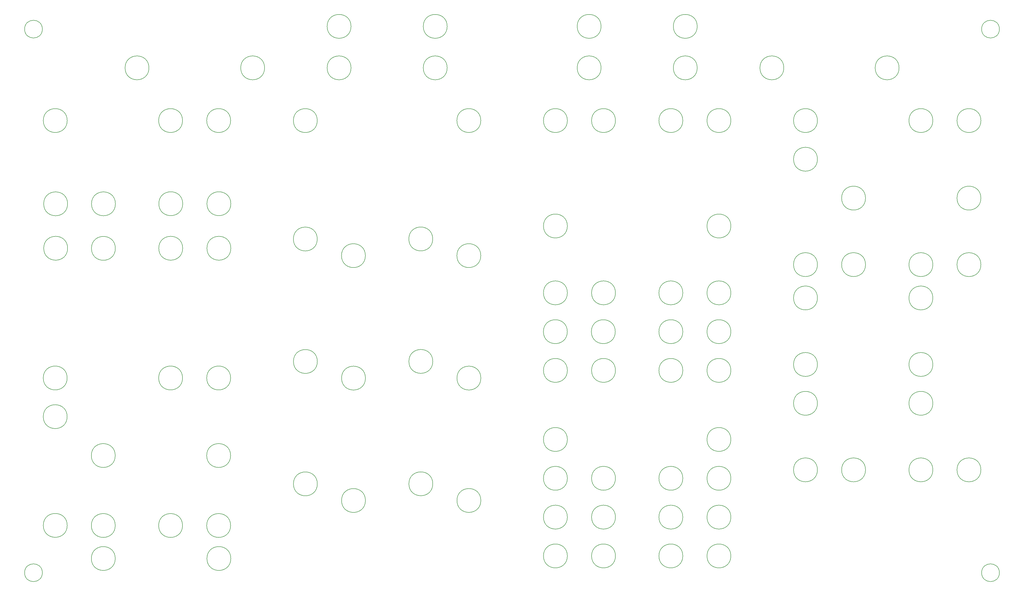
<source format=gbr>
%TF.GenerationSoftware,KiCad,Pcbnew,(6.0.9-0)*%
%TF.CreationDate,2023-07-01T22:34:15+02:00*%
%TF.ProjectId,konstrukt-kicad6,6b6f6e73-7472-4756-9b74-2d6b69636164,rev?*%
%TF.SameCoordinates,Original*%
%TF.FileFunction,Other,Comment*%
%FSLAX46Y46*%
G04 Gerber Fmt 4.6, Leading zero omitted, Abs format (unit mm)*
G04 Created by KiCad (PCBNEW (6.0.9-0)) date 2023-07-01 22:34:15*
%MOMM*%
%LPD*%
G01*
G04 APERTURE LIST*
%ADD10C,0.150000*%
G04 APERTURE END LIST*
D10*
%TO.C,H501*%
X108350800Y-170954000D02*
G75*
G03*
X108350800Y-170954000I-4300000J0D01*
G01*
%TO.C,H2905*%
X276320000Y-20961000D02*
G75*
G03*
X276320000Y-20961000I-4300000J0D01*
G01*
%TO.C,H2903*%
X120480000Y-6001000D02*
G75*
G03*
X120480000Y-6001000I-4300000J0D01*
G01*
%TO.C,H1701*%
X77125000Y-132775000D02*
G75*
G03*
X77125000Y-132775000I-4300000J0D01*
G01*
%TO.C,H803*%
X35620000Y-86040000D02*
G75*
G03*
X35620000Y-86040000I-4300000J0D01*
G01*
%TO.C,H1001*%
X257260000Y-102081000D02*
G75*
G03*
X257260000Y-102081000I-4300000J0D01*
G01*
%TO.C,H1105*%
X35581000Y-197866000D02*
G75*
G03*
X35581000Y-197866000I-4300000J0D01*
G01*
%TO.C,H1902*%
X305740000Y-67921000D02*
G75*
G03*
X305740000Y-67921000I-4300000J0D01*
G01*
%TO.C,H1306*%
X347285000Y-91905000D02*
G75*
G03*
X347285000Y-91905000I-4300000J0D01*
G01*
%TO.C,H2201*%
X257260000Y-77981000D02*
G75*
G03*
X257260000Y-77981000I-4300000J0D01*
G01*
%TO.C,H2407*%
X215700000Y-196941000D02*
G75*
G03*
X215700000Y-196941000I-4300000J0D01*
G01*
%TO.C,H2001*%
X347291000Y-39962000D02*
G75*
G03*
X347291000Y-39962000I-4300000J0D01*
G01*
%TO.C,H504*%
X167230000Y-176940000D02*
G75*
G03*
X167230000Y-176940000I-4300000J0D01*
G01*
%TO.C,H1103*%
X59811000Y-185961000D02*
G75*
G03*
X59811000Y-185961000I-4300000J0D01*
G01*
%TO.C,H1203*%
X77126000Y-39961000D02*
G75*
G03*
X77126000Y-39961000I-4300000J0D01*
G01*
%TO.C,H2404*%
X257260000Y-168941000D02*
G75*
G03*
X257260000Y-168941000I-4300000J0D01*
G01*
%TO.C,H1002*%
X257260000Y-116071000D02*
G75*
G03*
X257260000Y-116071000I-4300000J0D01*
G01*
%TO.C,H304*%
X167206400Y-88658000D02*
G75*
G03*
X167206400Y-88658000I-4300000J0D01*
G01*
%TO.C,H1101*%
X18280000Y-185921000D02*
G75*
G03*
X18280000Y-185921000I-4300000J0D01*
G01*
%TO.C,H1702*%
X59815000Y-132775000D02*
G75*
G03*
X59815000Y-132775000I-4300000J0D01*
G01*
%TO.C,H2603*%
X329985000Y-165903000D02*
G75*
G03*
X329985000Y-165903000I-4300000J0D01*
G01*
%TO.C,H2401*%
X198380000Y-154941000D02*
G75*
G03*
X198380000Y-154941000I-4300000J0D01*
G01*
%TO.C,H2602*%
X305740000Y-165903000D02*
G75*
G03*
X305740000Y-165903000I-4300000J0D01*
G01*
%TO.C,H103*%
X9340000Y-7000000D02*
G75*
G03*
X9340000Y-7000000I-3200000J0D01*
G01*
%TO.C,H1201*%
X18280000Y-39961000D02*
G75*
G03*
X18280000Y-39961000I-4300000J0D01*
G01*
%TO.C,H2601*%
X288429000Y-165903000D02*
G75*
G03*
X288429000Y-165903000I-4300000J0D01*
G01*
%TO.C,H1202*%
X59811000Y-39961000D02*
G75*
G03*
X59811000Y-39961000I-4300000J0D01*
G01*
%TO.C,H2412*%
X239950000Y-182941000D02*
G75*
G03*
X239950000Y-182941000I-4300000J0D01*
G01*
%TO.C,H2912*%
X245140000Y-6001000D02*
G75*
G03*
X245140000Y-6001000I-4300000J0D01*
G01*
%TO.C,H2906*%
X120480000Y-20961000D02*
G75*
G03*
X120480000Y-20961000I-4300000J0D01*
G01*
%TO.C,H2908*%
X317820000Y-20961000D02*
G75*
G03*
X317820000Y-20961000I-4300000J0D01*
G01*
%TO.C,H2403*%
X215700000Y-168941000D02*
G75*
G03*
X215700000Y-168941000I-4300000J0D01*
G01*
%TO.C,H702*%
X59880000Y-69940000D02*
G75*
G03*
X59880000Y-69940000I-4300000J0D01*
G01*
%TO.C,H2301*%
X257260000Y-39961000D02*
G75*
G03*
X257260000Y-39961000I-4300000J0D01*
G01*
%TO.C,H503*%
X149920000Y-170930000D02*
G75*
G03*
X149920000Y-170930000I-4300000J0D01*
G01*
%TO.C,H1303*%
X288429000Y-103920000D02*
G75*
G03*
X288429000Y-103920000I-4300000J0D01*
G01*
%TO.C,H602*%
X18420000Y-69980000D02*
G75*
G03*
X18420000Y-69980000I-4300000J0D01*
G01*
%TO.C,H2901*%
X47720000Y-20961000D02*
G75*
G03*
X47720000Y-20961000I-4300000J0D01*
G01*
%TO.C,H2402*%
X257260000Y-154941000D02*
G75*
G03*
X257260000Y-154941000I-4300000J0D01*
G01*
%TO.C,H1302*%
X329985000Y-91905000D02*
G75*
G03*
X329985000Y-91905000I-4300000J0D01*
G01*
%TO.C,H801*%
X77200000Y-86000000D02*
G75*
G03*
X77200000Y-86000000I-4300000J0D01*
G01*
%TO.C,H301*%
X108327200Y-82672000D02*
G75*
G03*
X108327200Y-82672000I-4300000J0D01*
G01*
%TO.C,H1301*%
X288429000Y-91901000D02*
G75*
G03*
X288429000Y-91901000I-4300000J0D01*
G01*
%TO.C,H1007*%
X215700000Y-102081000D02*
G75*
G03*
X215700000Y-102081000I-4300000J0D01*
G01*
%TO.C,H401*%
X108350800Y-126824000D02*
G75*
G03*
X108350800Y-126824000I-4300000J0D01*
G01*
%TO.C,H104*%
X353950000Y-7000000D02*
G75*
G03*
X353950000Y-7000000I-3200000J0D01*
G01*
%TO.C,H1008*%
X215628000Y-116078000D02*
G75*
G03*
X215628000Y-116078000I-4300000J0D01*
G01*
%TO.C,H2911*%
X155100000Y-6001000D02*
G75*
G03*
X155100000Y-6001000I-4300000J0D01*
G01*
%TO.C,H2002*%
X329981000Y-39962000D02*
G75*
G03*
X329981000Y-39962000I-4300000J0D01*
G01*
%TO.C,H1006*%
X239950000Y-130041000D02*
G75*
G03*
X239950000Y-130041000I-4300000J0D01*
G01*
%TO.C,H1305*%
X305740000Y-91901000D02*
G75*
G03*
X305740000Y-91901000I-4300000J0D01*
G01*
%TO.C,H2303*%
X215700000Y-39961000D02*
G75*
G03*
X215700000Y-39961000I-4300000J0D01*
G01*
%TO.C,H1601*%
X77119000Y-160734000D02*
G75*
G03*
X77119000Y-160734000I-4300000J0D01*
G01*
%TO.C,H1304*%
X329985000Y-103925000D02*
G75*
G03*
X329985000Y-103925000I-4300000J0D01*
G01*
%TO.C,H1802*%
X18263000Y-146714000D02*
G75*
G03*
X18263000Y-146714000I-4300000J0D01*
G01*
%TO.C,H701*%
X35640000Y-69980000D02*
G75*
G03*
X35640000Y-69980000I-4300000J0D01*
G01*
%TO.C,H2702*%
X167210000Y-39960000D02*
G75*
G03*
X167210000Y-39960000I-4300000J0D01*
G01*
%TO.C,H2405*%
X215700000Y-182941000D02*
G75*
G03*
X215700000Y-182941000I-4300000J0D01*
G01*
%TO.C,H2902*%
X89360000Y-20961000D02*
G75*
G03*
X89360000Y-20961000I-4300000J0D01*
G01*
%TO.C,H2409*%
X198380000Y-168941000D02*
G75*
G03*
X198380000Y-168941000I-4300000J0D01*
G01*
%TO.C,H502*%
X125673600Y-176948400D02*
G75*
G03*
X125673600Y-176948400I-4300000J0D01*
G01*
%TO.C,H2502*%
X329985000Y-127903000D02*
G75*
G03*
X329985000Y-127903000I-4300000J0D01*
G01*
%TO.C,H404*%
X167230000Y-132810000D02*
G75*
G03*
X167230000Y-132810000I-4300000J0D01*
G01*
%TO.C,H2504*%
X329985000Y-141903000D02*
G75*
G03*
X329985000Y-141903000I-4300000J0D01*
G01*
%TO.C,H1602*%
X35574000Y-160734000D02*
G75*
G03*
X35574000Y-160734000I-4300000J0D01*
G01*
%TO.C,H1104*%
X77119000Y-185961000D02*
G75*
G03*
X77119000Y-185961000I-4300000J0D01*
G01*
%TO.C,H1106*%
X77198000Y-197866000D02*
G75*
G03*
X77198000Y-197866000I-4300000J0D01*
G01*
%TO.C,H303*%
X149896400Y-82648000D02*
G75*
G03*
X149896400Y-82648000I-4300000J0D01*
G01*
%TO.C,H2503*%
X288429000Y-141903000D02*
G75*
G03*
X288429000Y-141903000I-4300000J0D01*
G01*
%TO.C,H601*%
X77200000Y-69940000D02*
G75*
G03*
X77200000Y-69940000I-4300000J0D01*
G01*
%TO.C,H101*%
X9340000Y-202990000D02*
G75*
G03*
X9340000Y-202990000I-3200000J0D01*
G01*
%TO.C,H2302*%
X239950000Y-39961000D02*
G75*
G03*
X239950000Y-39961000I-4300000J0D01*
G01*
%TO.C,H302*%
X125650000Y-88666400D02*
G75*
G03*
X125650000Y-88666400I-4300000J0D01*
G01*
%TO.C,H2408*%
X257260000Y-196941000D02*
G75*
G03*
X257260000Y-196941000I-4300000J0D01*
G01*
%TO.C,H1901*%
X347285000Y-67921000D02*
G75*
G03*
X347285000Y-67921000I-4300000J0D01*
G01*
%TO.C,H1102*%
X35579000Y-185959000D02*
G75*
G03*
X35579000Y-185959000I-4300000J0D01*
G01*
%TO.C,H1005*%
X257260000Y-130041000D02*
G75*
G03*
X257260000Y-130041000I-4300000J0D01*
G01*
%TO.C,H2904*%
X210520000Y-6001000D02*
G75*
G03*
X210520000Y-6001000I-4300000J0D01*
G01*
%TO.C,H2910*%
X245140000Y-20961000D02*
G75*
G03*
X245140000Y-20961000I-4300000J0D01*
G01*
%TO.C,H403*%
X149920000Y-126800000D02*
G75*
G03*
X149920000Y-126800000I-4300000J0D01*
G01*
%TO.C,H802*%
X59860000Y-86000000D02*
G75*
G03*
X59860000Y-86000000I-4300000J0D01*
G01*
%TO.C,H2305*%
X198380000Y-77981000D02*
G75*
G03*
X198380000Y-77981000I-4300000J0D01*
G01*
%TO.C,H2604*%
X347285000Y-165903000D02*
G75*
G03*
X347285000Y-165903000I-4300000J0D01*
G01*
%TO.C,H1011*%
X215700000Y-130041000D02*
G75*
G03*
X215700000Y-130041000I-4300000J0D01*
G01*
%TO.C,H2101*%
X288429000Y-39961000D02*
G75*
G03*
X288429000Y-39961000I-4300000J0D01*
G01*
%TO.C,H2406*%
X257260000Y-182941000D02*
G75*
G03*
X257260000Y-182941000I-4300000J0D01*
G01*
%TO.C,H2501*%
X288429000Y-127903000D02*
G75*
G03*
X288429000Y-127903000I-4300000J0D01*
G01*
%TO.C,H2411*%
X198380000Y-182941000D02*
G75*
G03*
X198380000Y-182941000I-4300000J0D01*
G01*
%TO.C,H1801*%
X18263000Y-132774000D02*
G75*
G03*
X18263000Y-132774000I-4300000J0D01*
G01*
%TO.C,H2414*%
X239950000Y-196941000D02*
G75*
G03*
X239950000Y-196941000I-4300000J0D01*
G01*
%TO.C,H102*%
X353950000Y-202990000D02*
G75*
G03*
X353950000Y-202990000I-3200000J0D01*
G01*
%TO.C,H2909*%
X155100000Y-20961000D02*
G75*
G03*
X155100000Y-20961000I-4300000J0D01*
G01*
%TO.C,H2907*%
X210520000Y-20961000D02*
G75*
G03*
X210520000Y-20961000I-4300000J0D01*
G01*
%TO.C,H1010*%
X198356000Y-116078000D02*
G75*
G03*
X198356000Y-116078000I-4300000J0D01*
G01*
%TO.C,H2410*%
X239950000Y-168941000D02*
G75*
G03*
X239950000Y-168941000I-4300000J0D01*
G01*
%TO.C,H402*%
X125673600Y-132818400D02*
G75*
G03*
X125673600Y-132818400I-4300000J0D01*
G01*
%TO.C,H1004*%
X239950000Y-116071000D02*
G75*
G03*
X239950000Y-116071000I-4300000J0D01*
G01*
%TO.C,H2102*%
X288429000Y-53901000D02*
G75*
G03*
X288429000Y-53901000I-4300000J0D01*
G01*
%TO.C,H2701*%
X108330000Y-39970000D02*
G75*
G03*
X108330000Y-39970000I-4300000J0D01*
G01*
%TO.C,H804*%
X18430000Y-86000000D02*
G75*
G03*
X18430000Y-86000000I-4300000J0D01*
G01*
%TO.C,H2304*%
X198380000Y-39961000D02*
G75*
G03*
X198380000Y-39961000I-4300000J0D01*
G01*
%TO.C,H2413*%
X198380000Y-196941000D02*
G75*
G03*
X198380000Y-196941000I-4300000J0D01*
G01*
%TO.C,H1012*%
X198380000Y-130041000D02*
G75*
G03*
X198380000Y-130041000I-4300000J0D01*
G01*
%TO.C,H1003*%
X239950000Y-102081000D02*
G75*
G03*
X239950000Y-102081000I-4300000J0D01*
G01*
%TO.C,H1009*%
X198380000Y-102081000D02*
G75*
G03*
X198380000Y-102081000I-4300000J0D01*
G01*
%TD*%
M02*

</source>
